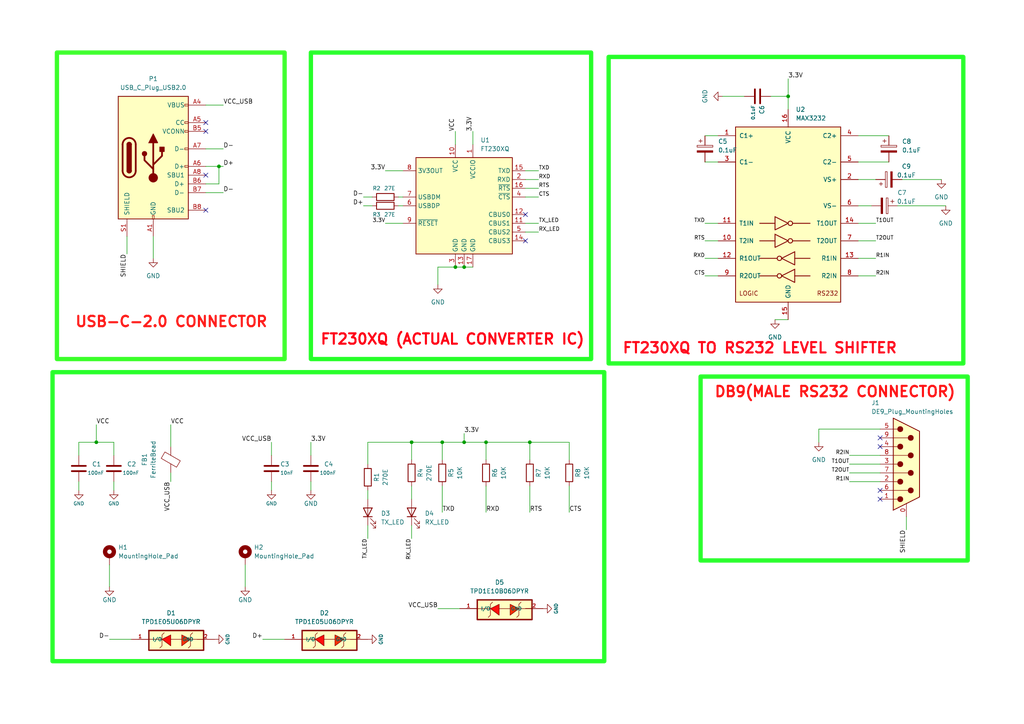
<source format=kicad_sch>
(kicad_sch (version 20230121) (generator eeschema)
  (paper "A4")
  (title_block (title "USB-RS232") (date "27/02/24") (rev "REV1") (company "THE MIR'S MECHATRONICS"))
  (lib_symbols
    (symbol "Connector:DE9_Plug_MountingHoles" (pin_names (offset 1.016) hide)
      (property "Reference" "J" (at 0 16.51 0))
      (property "Value" "DE9_Plug_MountingHoles" (at 0 14.605 0))
      (symbol "DE9_Plug_MountingHoles_0_1"
        (circle (center -1.778 -10.16) (radius 0.762) (fill (type outline)))
        (circle (center -1.778 -5.08) (radius 0.762) (fill (type outline)))
        (circle (center -1.778 0) (radius 0.762) (fill (type outline)))
        (circle (center -1.778 5.08) (radius 0.762) (fill (type outline)))
        (circle (center -1.778 10.16) (radius 0.762) (fill (type outline)))
        (polyline (pts (xy -3.81 -10.16) (xy -2.54 -10.16)))
        (polyline (pts (xy -3.81 -7.62) (xy 0.508 -7.62)))
        (polyline (pts (xy -3.81 -5.08) (xy -2.54 -5.08)))
        (polyline (pts (xy -3.81 -2.54) (xy 0.508 -2.54)))
        (polyline (pts (xy -3.81 0) (xy -2.54 0)))
        (polyline (pts (xy -3.81 2.54) (xy 0.508 2.54)))
        (polyline (pts (xy -3.81 5.08) (xy -2.54 5.08)))
        (polyline (pts (xy -3.81 7.62) (xy 0.508 7.62)))
        (polyline (pts (xy -3.81 10.16) (xy -2.54 10.16)))
        (polyline (pts (xy -3.81 -13.335) (xy -3.81 13.335) (xy 3.81 9.525) (xy 3.81 -9.525) (xy -3.81 -13.335)) (stroke (width 0.254)) (fill (type background)))
        (circle (center 1.27 -7.62) (radius 0.762) (fill (type outline)))
        (circle (center 1.27 -2.54) (radius 0.762) (fill (type outline)))
        (circle (center 1.27 2.54) (radius 0.762) (fill (type outline)))
        (circle (center 1.27 7.62) (radius 0.762) (fill (type outline)))
      )
      (symbol "DE9_Plug_MountingHoles_1_1"
        (pin passive line (at 0 -15.24 90) (length 3.81) (name "PAD") (number "0"))
        (pin passive line (at -7.62 -10.16 0) (length 3.81) (name "1") (number "1"))
        (pin passive line (at -7.62 -5.08 0) (length 3.81) (name "2") (number "2"))
        (pin passive line (at -7.62 0 0) (length 3.81) (name "3") (number "3"))
        (pin passive line (at -7.62 5.08 0) (length 3.81) (name "4") (number "4"))
        (pin passive line (at -7.62 10.16 0) (length 3.81) (name "5") (number "5"))
        (pin passive line (at -7.62 -7.62 0) (length 3.81) (name "6") (number "6"))
        (pin passive line (at -7.62 -2.54 0) (length 3.81) (name "7") (number "7"))
        (pin passive line (at -7.62 2.54 0) (length 3.81) (name "8") (number "8"))
        (pin passive line (at -7.62 7.62 0) (length 3.81) (name "9") (number "9"))
      )
    )
    (symbol "Connector:USB_C_Plug_USB2.0" (pin_names (offset 1.016))
      (property "Reference" "P1" (at 0 22.86 0))
      (property "Value" "USB_C_Plug_USB2.0" (at 0 20.32 0))
      (symbol "USB_C_Plug_USB2.0_0_0"
        (rectangle (start -0.254 -17.78) (end 0.254 -16.764))
        (rectangle (start 10.16 -2.286) (end 9.144 -2.794))
        (rectangle (start 10.16 2.794) (end 9.144 2.286))
        (rectangle (start 10.16 7.874) (end 9.144 7.366))
        (rectangle (start 10.16 10.414) (end 9.144 9.906))
        (rectangle (start 10.16 15.494) (end 9.144 14.986))
      )
      (symbol "USB_C_Plug_USB2.0_0_1"
        (rectangle (start -10.16 17.78) (end 10.16 -17.78) (stroke (width 0.254)) (fill (type background)))
        (arc (start -8.89 -3.81) (mid -6.985 -5.7067) (end -5.08 -3.81) (stroke (width 0.508)))
        (arc (start -7.62 -3.81) (mid -6.985 -4.4423) (end -6.35 -3.81) (stroke (width 0.254)))
        (arc (start -7.62 -3.81) (mid -6.985 -4.4423) (end -6.35 -3.81) (stroke (width 0.254)) (fill (type outline)))
        (rectangle (start -7.62 -3.81) (end -6.35 3.81) (stroke (width 0.254)) (fill (type outline)))
        (arc (start -6.35 3.81) (mid -6.985 4.4423) (end -7.62 3.81) (stroke (width 0.254)))
        (arc (start -6.35 3.81) (mid -6.985 4.4423) (end -7.62 3.81) (stroke (width 0.254)) (fill (type outline)))
        (arc (start -5.08 3.81) (mid -6.985 5.7067) (end -8.89 3.81) (stroke (width 0.508)))
        (circle (center -2.54 1.143) (radius 0.635) (stroke (width 0.254)) (fill (type outline)))
        (circle (center 0 -5.842) (radius 1.27) (fill (type outline)))
        (polyline (pts (xy -8.89 -3.81) (xy -8.89 3.81)) (stroke (width 0.508)))
        (polyline (pts (xy -5.08 3.81) (xy -5.08 -3.81)) (stroke (width 0.508)))
        (polyline (pts (xy 0 -5.842) (xy 0 4.318)) (stroke (width 0.508)))
        (polyline (pts (xy 0 -3.302) (xy -2.54 -0.762) (xy -2.54 0.508)) (stroke (width 0.508)))
        (polyline (pts (xy 0 -2.032) (xy 2.54 0.508) (xy 2.54 1.778)) (stroke (width 0.508)))
        (polyline (pts (xy -1.27 4.318) (xy 0 6.858) (xy 1.27 4.318) (xy -1.27 4.318)) (stroke (width 0.254)) (fill (type outline)))
        (rectangle (start 1.905 1.778) (end 3.175 3.048) (stroke (width 0.254)) (fill (type outline)))
      )
      (symbol "USB_C_Plug_USB2.0_1_1"
        (pin passive line (at 0 -22.86 90) (length 5.08) (name "GND") (number "A1"))
        (pin passive line (at 0 -22.86 90) (length 5.08) hide (name "GND") (number "A12"))
        (pin passive line (at 15.24 15.24 180) (length 5.08) (name "VBUS") (number "A4"))
        (pin bidirectional line (at 15.24 10.16 180) (length 5.08) (name "CC") (number "A5"))
        (pin bidirectional line (at 15.24 -2.54 180) (length 5.08) (name "D+") (number "A6"))
        (pin bidirectional line (at 15.24 2.54 180) (length 5.08) (name "D-") (number "A7"))
        (pin bidirectional line (at 15.24 -5.08 180) (length 5.08) (name "SBU1") (number "A8"))
        (pin passive line (at 15.24 15.24 180) (length 5.08) hide (name "VBUS") (number "A9"))
        (pin passive line (at 0 -22.86 90) (length 5.08) hide (name "GND") (number "B1"))
        (pin passive line (at 0 -22.86 90) (length 5.08) hide (name "GND") (number "B12"))
        (pin passive line (at 15.24 15.24 180) (length 5.08) hide (name "VBUS") (number "B4"))
        (pin bidirectional line (at 15.24 7.62 180) (length 5.08) (name "VCONN") (number "B5"))
        (pin bidirectional line (at 15.24 -7.62 180) (length 5.08) (name "D+") (number "B6"))
        (pin bidirectional line (at 15.24 -10.16 180) (length 5.08) (name "D-") (number "B7"))
        (pin bidirectional line (at 15.24 -15.24 180) (length 5.08) (name "SBU2") (number "B8"))
        (pin passive line (at 15.24 15.24 180) (length 5.08) hide (name "VBUS") (number "B9"))
        (pin passive line (at -7.62 -22.86 90) (length 5.08) (name "SHIELD") (number "S1"))
      )
    )
    (symbol "Device:C" (pin_numbers hide) (pin_names (offset 0.254))
      (property "Reference" "C" (at 0.635 2.54 0))
      (property "Value" "C" (at 0.635 -2.54 0))
      (symbol "C_0_1"
        (polyline (pts (xy -2.032 -0.762) (xy 2.032 -0.762)) (stroke (width 0.508)))
        (polyline (pts (xy -2.032 0.762) (xy 2.032 0.762)) (stroke (width 0.508)))
      )
      (symbol "C_1_1"
        (pin passive line (at 0 3.81 270) (length 2.794) (name "~") (number "1"))
        (pin passive line (at 0 -3.81 90) (length 2.794) (name "~") (number "2"))
      )
    )
    (symbol "Device:C_Polarized" (pin_numbers hide) (pin_names (offset 0.254))
      (property "Reference" "C" (at 0.635 2.54 0))
      (property "Value" "C_Polarized" (at 0.635 -2.54 0))
      (symbol "C_Polarized_0_1"
        (rectangle (start -2.286 0.508) (end 2.286 1.016))
        (polyline (pts (xy -1.778 2.286) (xy -0.762 2.286)))
        (polyline (pts (xy -1.27 2.794) (xy -1.27 1.778)))
        (rectangle (start 2.286 -0.508) (end -2.286 -1.016) (fill (type outline)))
      )
      (symbol "C_Polarized_1_1"
        (pin passive line (at 0 3.81 270) (length 2.794) (name "~") (number "1"))
        (pin passive line (at 0 -3.81 90) (length 2.794) (name "~") (number "2"))
      )
    )
    (symbol "Device:FerriteBead" (pin_numbers hide) (pin_names (offset 0))
      (property "Reference" "FB" (at -3.81 0.635 90))
      (property "Value" "FerriteBead" (at 3.81 0 90))
      (symbol "FerriteBead_0_1"
        (polyline (pts (xy 0 -1.27) (xy 0 -1.2192)))
        (polyline (pts (xy 0 1.27) (xy 0 1.2954)))
        (polyline (pts (xy -2.7686 0.4064) (xy -1.7018 2.2606) (xy 2.7686 -0.3048) (xy 1.6764 -2.159) (xy -2.7686 0.4064)))
      )
      (symbol "FerriteBead_1_1"
        (pin passive line (at 0 3.81 270) (length 2.54) (name "~") (number "1"))
        (pin passive line (at 0 -3.81 90) (length 2.54) (name "~") (number "2"))
      )
    )
    (symbol "Device:LED" (pin_numbers hide) (pin_names (offset 1.016) hide)
      (property "Reference" "D" (at 0 2.54 0))
      (property "Value" "LED" (at 0 -2.54 0))
      (symbol "LED_0_1"
        (polyline (pts (xy -1.27 -1.27) (xy -1.27 1.27)) (stroke (width 0.254)))
        (polyline (pts (xy -1.27 0) (xy 1.27 0)))
        (polyline (pts (xy 1.27 -1.27) (xy 1.27 1.27) (xy -1.27 0) (xy 1.27 -1.27)) (stroke (width 0.254)))
        (polyline (pts (xy -3.048 -0.762) (xy -4.572 -2.286) (xy -3.81 -2.286) (xy -4.572 -2.286) (xy -4.572 -1.524)))
        (polyline (pts (xy -1.778 -0.762) (xy -3.302 -2.286) (xy -2.54 -2.286) (xy -3.302 -2.286) (xy -3.302 -1.524)))
      )
      (symbol "LED_1_1"
        (pin passive line (at -3.81 0 0) (length 2.54) (name "K") (number "1"))
        (pin passive line (at 3.81 0 180) (length 2.54) (name "A") (number "2"))
      )
    )
    (symbol "Device:R" (pin_numbers hide) (pin_names (offset 0))
      (property "Reference" "R" (at 2.032 0 90))
      (property "Value" "R" (at 0 0 90))
      (symbol "R_0_1"
        (rectangle (start -1.016 -2.54) (end 1.016 2.54) (stroke (width 0.254)))
      )
      (symbol "R_1_1"
        (pin passive line (at 0 3.81 270) (length 1.27) (name "~") (number "1"))
        (pin passive line (at 0 -3.81 90) (length 1.27) (name "~") (number "2"))
      )
    )
    (symbol "Interface_UART:MAX3232" (pin_names (offset 1.016))
      (property "Reference" "U" (at -2.54 28.575 0))
      (property "Value" "MAX3232" (at -2.54 26.67 0))
      (symbol "MAX3232_0_0"
        (text "LOGIC" (at -11.43 -22.86 0) (effects (font (size 1.27 1.27))))
        (text "RS232" (at 11.43 -22.86 0) (effects (font (size 1.27 1.27))))
      )
      (symbol "MAX3232_0_1"
        (rectangle (start -15.24 -25.4) (end 15.24 25.4) (stroke (width 0.254)) (fill (type background)))
        (circle (center -2.54 -17.78) (radius 0.635) (stroke (width 0.254)))
        (circle (center -2.54 -12.7) (radius 0.635) (stroke (width 0.254)))
        (polyline (pts (xy -3.81 -7.62) (xy -8.255 -7.62)) (stroke (width 0.254)))
        (polyline (pts (xy -3.81 -2.54) (xy -8.255 -2.54)) (stroke (width 0.254)))
        (polyline (pts (xy -3.175 -17.78) (xy -8.255 -17.78)) (stroke (width 0.254)))
        (polyline (pts (xy -3.175 -12.7) (xy -8.255 -12.7)) (stroke (width 0.254)))
        (polyline (pts (xy 1.27 -7.62) (xy 6.35 -7.62)) (stroke (width 0.254)))
        (polyline (pts (xy 1.27 -2.54) (xy 6.35 -2.54)) (stroke (width 0.254)))
        (polyline (pts (xy 1.905 -17.78) (xy 6.35 -17.78)) (stroke (width 0.254)))
        (polyline (pts (xy 1.905 -12.7) (xy 6.35 -12.7)) (stroke (width 0.254)))
        (polyline (pts (xy -3.81 -5.715) (xy -3.81 -9.525) (xy 0 -7.62) (xy -3.81 -5.715)) (stroke (width 0.254)))
        (polyline (pts (xy -3.81 -0.635) (xy -3.81 -4.445) (xy 0 -2.54) (xy -3.81 -0.635)) (stroke (width 0.254)))
        (polyline (pts (xy 1.905 -15.875) (xy 1.905 -19.685) (xy -1.905 -17.78) (xy 1.905 -15.875)) (stroke (width 0.254)))
        (polyline (pts (xy 1.905 -10.795) (xy 1.905 -14.605) (xy -1.905 -12.7) (xy 1.905 -10.795)) (stroke (width 0.254)))
        (circle (center 0.635 -7.62) (radius 0.635) (stroke (width 0.254)))
        (circle (center 0.635 -2.54) (radius 0.635) (stroke (width 0.254)))
      )
      (symbol "MAX3232_1_1"
        (pin passive line (at -20.32 22.86 0) (length 5.08) (name "C1+") (number "1"))
        (pin input line (at -20.32 -7.62 0) (length 5.08) (name "T2IN") (number "10"))
        (pin input line (at -20.32 -2.54 0) (length 5.08) (name "T1IN") (number "11"))
        (pin output line (at -20.32 -12.7 0) (length 5.08) (name "R1OUT") (number "12"))
        (pin input line (at 20.32 -12.7 180) (length 5.08) (name "R1IN") (number "13"))
        (pin output line (at 20.32 -2.54 180) (length 5.08) (name "T1OUT") (number "14"))
        (pin power_in line (at 0 -30.48 90) (length 5.08) (name "GND") (number "15"))
        (pin power_in line (at 0 30.48 270) (length 5.08) (name "VCC") (number "16"))
        (pin power_out line (at 20.32 10.16 180) (length 5.08) (name "VS+") (number "2"))
        (pin passive line (at -20.32 15.24 0) (length 5.08) (name "C1-") (number "3"))
        (pin passive line (at 20.32 22.86 180) (length 5.08) (name "C2+") (number "4"))
        (pin passive line (at 20.32 15.24 180) (length 5.08) (name "C2-") (number "5"))
        (pin power_out line (at 20.32 2.54 180) (length 5.08) (name "VS-") (number "6"))
        (pin output line (at 20.32 -7.62 180) (length 5.08) (name "T2OUT") (number "7"))
        (pin input line (at 20.32 -17.78 180) (length 5.08) (name "R2IN") (number "8"))
        (pin output line (at -20.32 -17.78 0) (length 5.08) (name "R2OUT") (number "9"))
      )
    )
    (symbol "Interface_USB:FT230XQ"
      (property "Reference" "U" (at -13.97 15.24 0))
      (property "Value" "FT230XQ" (at 7.62 15.24 0))
      (symbol "FT230XQ_0_1"
        (rectangle (start -13.97 13.97) (end 13.97 -13.97) (stroke (width 0.254)) (fill (type background)))
      )
      (symbol "FT230XQ_1_1"
        (pin power_in line (at 2.54 17.78 270) (length 3.81) (name "VCCIO") (number "1"))
        (pin power_in line (at -2.54 17.78 270) (length 3.81) (name "VCC") (number "10"))
        (pin bidirectional line (at 17.78 -5.08 180) (length 3.81) (name "CBUS1") (number "11"))
        (pin bidirectional line (at 17.78 -2.54 180) (length 3.81) (name "CBUS0") (number "12"))
        (pin power_in line (at 0 -17.78 90) (length 3.81) (name "GND") (number "13"))
        (pin bidirectional line (at 17.78 -10.16 180) (length 3.81) (name "CBUS3") (number "14"))
        (pin output line (at 17.78 10.16 180) (length 3.81) (name "TXD") (number "15"))
        (pin output line (at 17.78 5.08 180) (length 3.81) (name "~{RTS}") (number "16"))
        (pin power_in line (at 2.54 -17.78 90) (length 3.81) (name "GND") (number "17"))
        (pin input line (at 17.78 7.62 180) (length 3.81) (name "RXD") (number "2"))
        (pin power_in line (at -2.54 -17.78 90) (length 3.81) (name "GND") (number "3"))
        (pin input line (at 17.78 2.54 180) (length 3.81) (name "~{CTS}") (number "4"))
        (pin bidirectional line (at 17.78 -7.62 180) (length 3.81) (name "CBUS2") (number "5"))
        (pin bidirectional line (at -17.78 0 0) (length 3.81) (name "USBDP") (number "6"))
        (pin bidirectional line (at -17.78 2.54 0) (length 3.81) (name "USBDM") (number "7"))
        (pin power_out line (at -17.78 10.16 0) (length 3.81) (name "3V3OUT") (number "8"))
        (pin input line (at -17.78 -5.08 0) (length 3.81) (name "~{RESET}") (number "9"))
      )
    )
    (symbol "Mechanical:MountingHole_Pad" (pin_numbers hide) (pin_names (offset 1.016) hide)
      (property "Reference" "H" (at 0 6.35 0))
      (property "Value" "MountingHole_Pad" (at 0 4.445 0))
      (symbol "MountingHole_Pad_0_1"
        (circle (center 0 1.27) (radius 1.27) (stroke (width 1.27)))
      )
      (symbol "MountingHole_Pad_1_1"
        (pin input line (at 0 -2.54 90) (length 2.54) (name "1") (number "1"))
      )
    )
    (symbol "TPD1E05U06DPYR_2" (pin_names (offset 1.016))
      (property "Reference" "D5" (at -3.0725 10.16 0))
      (property "Value" "TPD1E05U06DPYR" (at -3.0725 7.62 0))
      (symbol "TPD1E05U06DPYR_2_0_0"
        (rectangle (start -9.525 5.08) (end 6.35 -0.635) (stroke (width 0.41)) (fill (type background)))
        (pin bidirectional line (at -14.605 2.54 0) (length 5.08) (name "I/O") (number "1"))
        (pin power_in line (at 9.525 2.54 180) (length 5.08) (name "GND") (number "2"))
      )
      (symbol "TPD1E05U06DPYR_2_0_1"
        (polyline (pts (xy 2.54 2.54) (xy 6.35 2.54)))
        (polyline (pts (xy -5.08 4.445) (xy -5.715 3.81) (xy -5.715 0.635) (xy -6.35 0)))
        (polyline (pts (xy 3.175 4.445) (xy 2.54 3.81) (xy 2.54 0.635) (xy 1.905 0)))
      )
      (symbol "TPD1E05U06DPYR_2_1_1"
        (polyline (pts (xy -12.7 2.54) (xy -5.715 2.54) (xy -3.175 3.81) (xy -3.175 0.635) (xy -5.715 2.54)) (fill (type color) (color 255 16 14 1)))
        (polyline (pts (xy -3.175 2.54) (xy 0 2.54) (xy 0 3.81) (xy 2.54 2.54) (xy 0 0.635) (xy 0 2.54)) (fill (type color) (color 255 49 3 1)))
      )
    )
    (symbol "power:GND" (power) (pin_names (offset 0))
      (property "Value" "GND" (at 0 -3.81 0))
      (symbol "GND_0_1"
        (polyline (pts (xy 0 0) (xy 0 -1.27) (xy 1.27 -1.27) (xy 0 -2.54) (xy -1.27 -1.27) (xy 0 -1.27)))
      )
      (symbol "GND_1_1"
        (pin power_in line (at 0 0 270) (length 0) hide (name "GND") (number "1"))
      )
    )
  )
  (junction (at 228.6 27.94))
  (junction (at 132.08 77.47))
  (junction (at 119.38 128.27))
  (junction (at 134.62 77.47))
  (junction (at 153.67 128.27))
  (junction (at 128.27 128.27))
  (junction (at 27.94 128.27))
  (junction (at 63.5 48.26))
  (junction (at 134.62 128.27))
  (junction (at 140.97 128.27))
  (no_connect (at 59.69 35.56))
  (no_connect (at 152.4 62.23))
  (no_connect (at 255.27 127))
  (no_connect (at 152.4 69.85))
  (no_connect (at 255.27 142.24))
  (no_connect (at 255.27 144.78))
  (no_connect (at 255.27 129.54))
  (no_connect (at 59.69 60.96))
  (no_connect (at 59.69 38.1))
  (no_connect (at 59.69 50.8))
  (wire (pts (xy 59.69 30.48) (xy 64.77 30.48)))
  (wire (pts (xy 63.5 53.34) (xy 63.5 48.26)))
  (wire (pts (xy 22.86 128.27) (xy 27.94 128.27)))
  (wire (pts (xy 204.47 80.01) (xy 208.28 80.01)))
  (wire (pts (xy 260.35 59.69) (xy 274.32 59.69)))
  (wire (pts (xy 215.9 27.94) (xy 209.55 27.94)))
  (wire (pts (xy 33.02 139.7) (xy 33.02 142.24)))
  (wire (pts (xy 49.53 123.19) (xy 49.53 129.54)))
  (wire (pts (xy 90.17 139.7) (xy 90.17 142.24)))
  (wire (pts (xy 49.53 137.16) (xy 49.53 139.7)))
  (wire (pts (xy 204.47 46.99) (xy 208.28 46.99)))
  (wire (pts (xy 228.6 27.94) (xy 228.6 31.75)))
  (wire (pts (xy 107.95 57.15) (xy 105.41 57.15)))
  (wire (pts (xy 152.4 54.61) (xy 156.21 54.61)))
  (wire (pts (xy 204.47 69.85) (xy 208.28 69.85)))
  (wire (pts (xy 248.92 59.69) (xy 252.73 59.69)))
  (wire (pts (xy 204.47 64.77) (xy 208.28 64.77)))
  (wire (pts (xy 63.5 48.26) (xy 64.77 48.26)))
  (wire (pts (xy 262.89 149.86) (xy 262.89 153.67)))
  (wire (pts (xy 44.45 68.58) (xy 44.45 74.93)))
  (wire (pts (xy 248.92 64.77) (xy 254 64.77)))
  (wire (pts (xy 128.27 140.97) (xy 128.27 148.59)))
  (wire (pts (xy 78.74 139.7) (xy 78.74 142.24)))
  (wire (pts (xy 228.6 22.86) (xy 228.6 27.94)))
  (wire (pts (xy 248.92 52.07) (xy 254 52.07)))
  (wire (pts (xy 27.94 123.19) (xy 27.94 128.27)))
  (wire (pts (xy 128.27 133.35) (xy 128.27 128.27)))
  (wire (pts (xy 153.67 128.27) (xy 153.67 133.35)))
  (wire (pts (xy 119.38 144.78) (xy 119.38 140.97)))
  (wire (pts (xy 261.62 52.07) (xy 273.05 52.07)))
  (wire (pts (xy 105.41 59.69) (xy 107.95 59.69)))
  (wire (pts (xy 119.38 133.35) (xy 119.38 128.27)))
  (wire (pts (xy 78.74 128.27) (xy 78.74 132.08)))
  (wire (pts (xy 59.69 48.26) (xy 63.5 48.26)))
  (wire (pts (xy 71.12 163.83) (xy 71.12 170.18)))
  (wire (pts (xy 27.94 128.27) (xy 33.02 128.27)))
  (wire (pts (xy 115.57 59.69) (xy 116.84 59.69)))
  (wire (pts (xy 204.47 39.37) (xy 208.28 39.37)))
  (wire (pts (xy 165.1 128.27) (xy 165.1 133.35)))
  (wire (pts (xy 248.92 69.85) (xy 254 69.85)))
  (wire (pts (xy 127 176.53) (xy 133.35 176.53)))
  (wire (pts (xy 59.69 53.34) (xy 63.5 53.34)))
  (wire (pts (xy 255.27 124.46) (xy 237.49 124.46)))
  (wire (pts (xy 152.4 52.07) (xy 156.21 52.07)))
  (wire (pts (xy 106.68 144.78) (xy 106.68 142.24)))
  (wire (pts (xy 246.38 137.16) (xy 255.27 137.16)))
  (wire (pts (xy 132.08 38.1) (xy 132.08 41.91)))
  (wire (pts (xy 248.92 80.01) (xy 254 80.01)))
  (wire (pts (xy 76.2 185.42) (xy 82.55 185.42)))
  (wire (pts (xy 248.92 39.37) (xy 257.81 39.37)))
  (wire (pts (xy 248.92 74.93) (xy 254 74.93)))
  (wire (pts (xy 33.02 128.27) (xy 33.02 132.08)))
  (wire (pts (xy 228.6 27.94) (xy 223.52 27.94)))
  (wire (pts (xy 106.68 134.62) (xy 106.68 128.27)))
  (wire (pts (xy 152.4 67.31) (xy 156.21 67.31)))
  (wire (pts (xy 111.76 49.53) (xy 116.84 49.53)))
  (wire (pts (xy 152.4 57.15) (xy 156.21 57.15)))
  (wire (pts (xy 36.83 68.58) (xy 36.83 73.66)))
  (wire (pts (xy 106.68 156.21) (xy 106.68 152.4)))
  (wire (pts (xy 137.16 77.47) (xy 134.62 77.47)))
  (wire (pts (xy 140.97 128.27) (xy 140.97 133.35)))
  (wire (pts (xy 111.76 64.77) (xy 116.84 64.77)))
  (wire (pts (xy 119.38 156.21) (xy 119.38 152.4)))
  (wire (pts (xy 22.86 139.7) (xy 22.86 142.24)))
  (wire (pts (xy 90.17 128.27) (xy 90.17 132.08)))
  (wire (pts (xy 134.62 125.73) (xy 134.62 128.27)))
  (wire (pts (xy 153.67 128.27) (xy 165.1 128.27)))
  (wire (pts (xy 140.97 128.27) (xy 153.67 128.27)))
  (wire (pts (xy 246.38 139.7) (xy 255.27 139.7)))
  (wire (pts (xy 165.1 140.97) (xy 165.1 148.59)))
  (wire (pts (xy 22.86 128.27) (xy 22.86 132.08)))
  (wire (pts (xy 237.49 124.46) (xy 237.49 128.27)))
  (wire (pts (xy 115.57 57.15) (xy 116.84 57.15)))
  (wire (pts (xy 31.75 163.83) (xy 31.75 170.18)))
  (wire (pts (xy 246.38 132.08) (xy 255.27 132.08)))
  (wire (pts (xy 134.62 128.27) (xy 140.97 128.27)))
  (wire (pts (xy 106.68 128.27) (xy 119.38 128.27)))
  (wire (pts (xy 134.62 77.47) (xy 132.08 77.47)))
  (wire (pts (xy 119.38 128.27) (xy 128.27 128.27)))
  (wire (pts (xy 127 77.47) (xy 127 82.55)))
  (wire (pts (xy 128.27 128.27) (xy 134.62 128.27)))
  (wire (pts (xy 246.38 134.62) (xy 255.27 134.62)))
  (wire (pts (xy 204.47 74.93) (xy 208.28 74.93)))
  (wire (pts (xy 152.4 49.53) (xy 156.21 49.53)))
  (wire (pts (xy 152.4 64.77) (xy 156.21 64.77)))
  (wire (pts (xy 59.69 55.88) (xy 64.77 55.88)))
  (wire (pts (xy 59.69 43.18) (xy 64.77 43.18)))
  (wire (pts (xy 228.6 92.71) (xy 224.79 92.71)))
  (wire (pts (xy 140.97 140.97) (xy 140.97 148.59)))
  (wire (pts (xy 153.67 140.97) (xy 153.67 148.59)))
  (wire (pts (xy 31.75 185.42) (xy 38.1 185.42)))
  (wire (pts (xy 137.16 41.91) (xy 137.16 38.1)))
  (wire (pts (xy 248.92 46.99) (xy 257.81 46.99)))
  (wire (pts (xy 132.08 77.47) (xy 127 77.47)))
  (rectangle (start 16.51 15.24) (end 82.55 104.14) (stroke (width 1.25) (color 58 255 41 1)))
  (rectangle (start 176.53 16.51) (end 279.4 105.41) (stroke (width 1.25) (color 37 255 40 1)))
  (rectangle (start 90.17 15.24) (end 171.45 104.14) (stroke (width 1.25) (color 37 255 40 1)))
  (rectangle (start 203.2 109.22) (end 280.67 162.56) (stroke (width 1.25) (color 37 255 40 1)))
  (rectangle (start 15.24 107.95) (end 175.26 191.77) (stroke (width 1.25) (color 37 255 40 1)))
  (text "USB-C-2.0 CONNECTOR\n" (at 21.59 95.25 0) (effects (font (size 3 3) (thickness 0.6) bold) (justify left bottom)))
  (text "FT230XQ TO RS232 LEVEL SHIFTER" (at 180.34 102.87 0) (effects (font (size 3 3) (thickness 0.6) bold) (justify left bottom)))
  (text "DB9(MALE RS232 CONNECTOR)" (at 207.01 115.57 0) (effects (font (size 3 3) (thickness 0.6) bold) (justify left bottom)))
  (text "FT230XQ (ACTUAL CONVERTER IC)" (at 92.71 100.33 0) (effects (font (size 3 3) (thickness 0.6) bold) (justify left bottom)))
  (label "RTS" (at 156.21 54.61 0) (effects (font (size 1.1 1.1))))
  (label "T2OUT" (at 254 69.85 0) (effects (font (size 1.1 1.1))))
  (label "R1IN" (at 246.38 139.7 180) (effects (font (size 1.1 1.1))))
  (label "D+" (at 105.41 59.69 180))
  (label "3.3V" (at 111.76 64.77 180) (effects (font (size 1.1 1.1))))
  (label "VCC_USB" (at 78.74 128.27 180))
  (label "VCC" (at 132.08 38.1 90))
  (label "TXD" (at 156.21 49.53 0) (effects (font (size 1.1 1.1))))
  (label "VCC" (at 27.94 123.19 0))
  (label "RTS" (at 204.47 69.85 180) (effects (font (size 1.1 1.1))))
  (label "D+" (at 64.77 48.26 0))
  (label "CTS" (at 165.1 148.59 0))
  (label "3.3V" (at 111.76 49.53 180))
  (label "D-" (at 64.77 43.18 0))
  (label "TX_LED" (at 156.21 64.77 0) (effects (font (size 1.1 1.1))))
  (label "R1IN" (at 254 74.93 0) (effects (font (size 1.1 1.1))))
  (label "SHIELD" (at 262.89 153.67 270))
  (label "D-" (at 31.75 185.42 180))
  (label "CTS" (at 156.21 57.15 0) (effects (font (size 1.1 1.1))))
  (label "RTS" (at 153.67 148.59 0))
  (label "VCC_USB" (at 64.77 30.48 0))
  (label "TX_LED" (at 106.68 156.21 270) (effects (font (size 1.1 1.1))))
  (label "VCC_USB" (at 127 176.53 180))
  (label "RX_LED" (at 119.38 156.21 270) (effects (font (size 1.1 1.1))))
  (label "D-" (at 105.41 57.15 180))
  (label "T1OUT" (at 246.38 134.62 180) (effects (font (size 1.1 1.1))))
  (label "T1OUT" (at 254 64.77 0) (effects (font (size 1.1 1.1))))
  (label "D+" (at 76.2 185.42 180))
  (label "CTS" (at 204.47 80.01 180) (effects (font (size 1.1 1.1))))
  (label "3.3V" (at 137.16 38.1 90))
  (label "VCC_USB" (at 49.53 139.7 270))
  (label "D-" (at 64.77 55.88 0))
  (label "TXD" (at 128.27 148.59 0))
  (label "T2OUT" (at 246.38 137.16 180) (effects (font (size 1.1 1.1))))
  (label "3.3V" (at 90.17 128.27 0))
  (label "RXD" (at 156.21 52.07 0) (effects (font (size 1.1 1.1))))
  (label "R2IN" (at 254 80.01 0) (effects (font (size 1.1 1.1))))
  (label "RXD" (at 204.47 74.93 180) (effects (font (size 1.1 1.1))))
  (label "R2IN" (at 246.38 132.08 180) (effects (font (size 1.1 1.1))))
  (label "SHIELD" (at 36.83 73.66 270))
  (label "VCC" (at 49.53 123.19 0))
  (label "3.3V" (at 134.62 125.73 0))
  (label "RX_LED" (at 156.21 67.31 0) (effects (font (size 1.1 1.1))))
  (label "TXD" (at 204.47 64.77 180) (effects (font (size 1.1 1.1))))
  (label "3.3V" (at 228.6 22.86 0))
  (label "RXD" (at 140.97 148.59 0))
  (symbol (lib_id "power:GND") (at 273.05 52.07 0) (unit 1)
    (property "Reference" "#PWR015" (effects hide))
    (property "Value" "GND" (at 273.05 57.15 0))
  )
  (symbol (lib_id "Device:R") (at 153.67 137.16 0) (unit 1)
    (property "Reference" "R7" (at 156.21 137.16 90))
    (property "Value" "10K" (at 158.75 137.16 90))
    (property "Footprint" "Resistor_SMD:R_1206_3216Metric" (effects hide))
  )
  (symbol (lib_id "Connector:USB_C_Plug_USB2.0") (at 44.45 45.72 0) (unit 1)
    (property "Reference" "P1" (at 44.45 22.86 0))
    (property "Value" "USB_C_Plug_USB2.0" (at 44.45 25.4 0))
    (property "Footprint" "Connector_USB:USB_C_Receptacle_HRO_TYPE-C-31-M-12" (effects hide))
    (property "Datasheet" "https://www.usb.org/sites/default/files/documents/usb_type-c.zip" (effects hide))
  )
  (symbol (lib_id "power:GND") (at 44.45 74.93 0) (unit 1)
    (property "Reference" "#PWR04" (effects hide))
    (property "Value" "GND" (at 44.45 80.01 0))
  )
  (symbol (lib_id "power:GND") (at 33.02 142.24 0) (unit 1)
    (property "Reference" "#PWR03" (effects hide))
    (property "Value" "GND" (at 33.02 146.05 0) (effects (font (size 1 1))))
  )
  (symbol (lib_id "Device:LED") (at 106.68 148.59 90) (unit 1)
    (property "Reference" "D3" (at 110.49 148.9075 90) (effects (justify right)))
    (property "Value" "TX_LED" (at 110.49 151.4475 90) (effects (justify right)))
    (property "Footprint" "LED_SMD:LED_1812_4532Metric" (effects hide))
  )
  (symbol (lib_id "Mechanical:MountingHole_Pad") (at 31.75 161.29 0) (unit 1)
    (property "Reference" "H1" (at 34.29 158.75 0) (effects (justify left)))
    (property "Value" "MountingHole_Pad" (at 34.29 161.29 0) (effects (justify left)))
    (property "Footprint" "MountingHole:MountingHole_2.5mm_Pad" (effects hide))
  )
  (symbol (lib_id "Device:R") (at 106.68 138.43 0) (unit 1)
    (property "Reference" "R1" (at 109.22 138.43 90))
    (property "Value" "270E" (at 111.76 138.43 90))
    (property "Footprint" "Resistor_SMD:R_0603_1608Metric" (effects hide))
  )
  (symbol (lib_id "Device:C_Polarized") (at 257.81 52.07 90) (unit 1)
    (property "Reference" "C9" (at 262.89 48.26 90))
    (property "Value" "0.1uF" (at 262.89 50.8 90))
    (property "Footprint" "Capacitor_SMD:C_0201_0603Metric" (effects hide))
  )
  (symbol (lib_id "Device:LED") (at 119.38 148.59 90) (unit 1)
    (property "Reference" "D4" (at 123.19 148.9075 90) (effects (justify right)))
    (property "Value" "RX_LED" (at 123.19 151.4475 90) (effects (justify right)))
    (property "Footprint" "LED_SMD:LED_1812_4532Metric" (effects hide))
  )
  (symbol (lib_id "Device:R") (at 128.27 137.16 0) (unit 1)
    (property "Reference" "R5" (at 130.81 137.16 90))
    (property "Value" "10K" (at 133.35 137.16 90))
    (property "Footprint" "Resistor_SMD:R_1206_3216Metric" (effects hide))
  )
  (symbol (lib_name "TPD1E05U06DPYR_2") (lib_id "TPD1E05U06DPYR:TPD1E05U06DPYR") (at 97.155 187.96 0) (unit 1)
    (property "Reference" "D2" (at 94.0825 177.8 0))
    (property "Value" "TPD1E05U06DPYR" (at 94.0825 180.34 0))
    (property "Footprint" "Capacitor_SMD:C_0201_0603Metric" (effects hide))
  )
  (symbol (lib_id "Connector:DE9_Plug_MountingHoles") (at 262.89 134.62 0) (unit 1)
    (property "Reference" "J1" (at 252.73 116.84 0) (effects (justify left)))
    (property "Value" "DE9_Plug_MountingHoles" (at 252.73 119.38 0) (effects (justify left)))
    (property "Footprint" "Connector_Dsub:DSUB-9_Male_Horizontal_P2.77x2.84mm_EdgePinOffset4.94mm_Housed_MountingHolesOffset7.48mm" (effects hide))
    (property "Datasheet" " ~" (effects hide))
  )
  (symbol (lib_id "Device:C_Polarized") (at 256.54 59.69 270) (unit 1)
    (property "Reference" "C7" (at 261.62 55.88 90))
    (property "Value" "0.1uF" (at 262.89 58.42 90))
    (property "Footprint" "Capacitor_SMD:C_0201_0603Metric" (effects hide))
  )
  (symbol (lib_id "Device:R") (at 165.1 137.16 0) (unit 1)
    (property "Reference" "R8" (at 167.64 137.16 90))
    (property "Value" "10K" (at 170.18 137.16 90))
    (property "Footprint" "Resistor_SMD:R_1206_3216Metric" (effects hide))
  )
  (symbol (lib_id "Interface_UART:MAX3232") (at 228.6 62.23 0) (unit 1)
    (property "Reference" "U2" (at 230.7941 31.75 0) (effects (justify left)))
    (property "Value" "MAX3232" (at 230.7941 34.29 0) (effects (justify left)))
    (property "Footprint" "Package_SO:SOIC-16W_7.5x10.3mm_P1.27mm" (effects hide))
    (property "Datasheet" "https://datasheets.maximintegrated.com/en/ds/MAX3222-MAX3241.pdf" (effects hide))
  )
  (symbol (lib_id "Device:C_Polarized") (at 204.47 43.18 0) (unit 1)
    (property "Reference" "C5" (at 208.28 41.021 0) (effects (justify left)))
    (property "Value" "0.1uF" (at 208.28 43.561 0) (effects (justify left)))
    (property "Footprint" "Capacitor_SMD:C_0201_0603Metric" (effects hide))
  )
  (symbol (lib_id "power:GND") (at 157.48 176.53 90) (unit 1)
    (property "Reference" "#PWR011" (effects hide))
    (property "Value" "GND" (at 161.29 176.53 0) (effects (font (size 1 1))))
  )
  (symbol (lib_id "Device:C") (at 78.74 135.89 0) (unit 1)
    (property "Reference" "C3" (at 81.28 134.62 0) (effects (justify left)))
    (property "Value" "10nF" (at 81.28 137.16 0) (effects (font (size 1 1)) (justify left)))
    (property "Footprint" "Capacitor_SMD:C_0201_0603Metric" (effects hide))
  )
  (symbol (lib_id "Device:FerriteBead") (at 49.53 133.35 0) (unit 1)
    (property "Reference" "FB1" (at 41.91 133.2992 90))
    (property "Value" "FerriteBead" (at 44.45 133.2992 90))
    (property "Footprint" "Capacitor_SMD:C_0805_2012Metric" (effects hide))
  )
  (symbol (lib_id "power:GND") (at 71.12 170.18 0) (unit 1)
    (property "Reference" "#PWR06" (effects hide))
    (property "Value" "GND" (at 71.12 173.99 0))
  )
  (symbol (lib_id "power:GND") (at 224.79 92.71 0) (unit 1)
    (property "Reference" "#PWR013" (effects hide))
    (property "Value" "GND" (at 224.79 97.79 0))
  )
  (symbol (lib_name "TPD1E05U06DPYR_2") (lib_id "TPD1E05U06DPYR:TPD1E05U06DPYR") (at 52.705 187.96 0) (unit 1)
    (property "Reference" "D1" (at 49.6325 177.8 0))
    (property "Value" "TPD1E05U06DPYR" (at 49.6325 180.34 0))
    (property "Footprint" "Capacitor_SMD:C_0201_0603Metric" (effects hide))
  )
  (symbol (lib_id "power:GND") (at 106.68 185.42 90) (unit 1)
    (property "Reference" "#PWR09" (effects hide))
    (property "Value" "GND" (at 110.49 185.42 0) (effects (font (size 1 1))))
  )
  (symbol (lib_id "Device:C_Polarized") (at 257.81 43.18 0) (unit 1)
    (property "Reference" "C8" (at 261.62 41.021 0) (effects (justify left)))
    (property "Value" "0.1uF" (at 261.62 43.561 0) (effects (justify left)))
    (property "Footprint" "Capacitor_SMD:C_0201_0603Metric" (effects hide))
  )
  (symbol (lib_id "Device:R") (at 111.76 59.69 270) (unit 1)
    (property "Reference" "R3" (at 109.22 62.23 90) (effects (font (size 1.1 1.1))))
    (property "Value" "27E" (at 113.03 62.23 90) (effects (font (size 1.1 1.1))))
    (property "Footprint" "Resistor_SMD:R_0603_1608Metric" (effects hide))
  )
  (symbol (lib_id "Device:R") (at 140.97 137.16 0) (unit 1)
    (property "Reference" "R6" (at 143.51 137.16 90))
    (property "Value" "10K" (at 146.05 137.16 90))
    (property "Footprint" "Resistor_SMD:R_1206_3216Metric" (effects hide))
  )
  (symbol (lib_id "power:GND") (at 209.55 27.94 270) (unit 1)
    (property "Reference" "#PWR012" (effects hide))
    (property "Value" "GND" (at 204.47 27.94 0))
  )
  (symbol (lib_id "Device:R") (at 111.76 57.15 270) (unit 1)
    (property "Reference" "R2" (at 109.22 54.61 90) (effects (font (size 1.1 1.1))))
    (property "Value" "27E" (at 113.03 54.61 90) (effects (font (size 1.1 1.1))))
    (property "Footprint" "Resistor_SMD:R_0603_1608Metric" (effects hide))
  )
  (symbol (lib_id "Interface_USB:FT230XQ") (at 134.62 59.69 0) (unit 1)
    (property "Reference" "U1" (at 139.3541 40.64 0) (effects (justify left)))
    (property "Value" "FT230XQ" (at 139.3541 43.18 0) (effects (justify left)))
    (property "Footprint" "Package_DFN_QFN:QFN-16-1EP_4x4mm_P0.65mm_EP2.1x2.1mm" (effects hide))
    (property "Datasheet" "https://www.ftdichip.com/Support/Documents/DataSheets/ICs/DS_FT230X.pdf" (effects hide))
  )
  (symbol (lib_id "power:GND") (at 78.74 142.24 0) (unit 1)
    (property "Reference" "#PWR07" (effects hide))
    (property "Value" "GND" (at 78.74 146.05 0) (effects (font (size 1 1))))
  )
  (symbol (lib_id "Device:C") (at 22.86 135.89 0) (unit 1)
    (property "Reference" "C1" (at 26.67 134.62 0) (effects (justify left)))
    (property "Value" "100nF" (at 25.4 137.16 0) (effects (font (size 1 1)) (justify left)))
    (property "Footprint" "Capacitor_SMD:C_0201_0603Metric" (effects hide))
  )
  (symbol (lib_id "power:GND") (at 237.49 128.27 0) (unit 1)
    (property "Reference" "#PWR014" (effects hide))
    (property "Value" "GND" (at 237.49 133.35 0))
  )
  (symbol (lib_id "Device:C") (at 90.17 135.89 0) (unit 1)
    (property "Reference" "C4" (at 93.98 134.62 0) (effects (justify left)))
    (property "Value" "100nF" (at 92.71 137.16 0) (effects (font (size 1 1)) (justify left)))
    (property "Footprint" "Capacitor_SMD:C_0201_0603Metric" (effects hide))
  )
  (symbol (lib_id "power:GND") (at 274.32 59.69 0) (unit 1)
    (property "Reference" "#PWR016" (effects hide))
    (property "Value" "GND" (at 274.32 64.77 0))
  )
  (symbol (lib_id "Mechanical:MountingHole_Pad") (at 71.12 161.29 0) (unit 1)
    (property "Reference" "H2" (at 73.66 158.75 0) (effects (justify left)))
    (property "Value" "MountingHole_Pad" (at 73.66 161.29 0) (effects (justify left)))
    (property "Footprint" "MountingHole:MountingHole_2.5mm_Pad" (effects hide))
  )
  (symbol (lib_id "power:GND") (at 90.17 142.24 0) (unit 1)
    (property "Reference" "#PWR08" (effects hide))
    (property "Value" "GND" (at 90.17 146.05 0))
  )
  (symbol (lib_id "Device:C") (at 33.02 135.89 0) (unit 1)
    (property "Reference" "C2" (at 36.83 134.62 0) (effects (justify left)))
    (property "Value" "100nF" (at 35.56 137.16 0) (effects (font (size 1 1)) (justify left)))
    (property "Footprint" "Capacitor_SMD:C_0201_0603Metric" (effects hide))
  )
  (symbol (lib_id "power:GND") (at 31.75 170.18 0) (unit 1)
    (property "Reference" "#PWR02" (effects hide))
    (property "Value" "GND" (at 31.75 173.99 0))
  )
  (symbol (lib_id "power:GND") (at 127 82.55 0) (unit 1)
    (property "Reference" "#PWR010" (effects hide))
    (property "Value" "GND" (at 127 87.63 0))
  )
  (symbol (lib_id "power:GND") (at 22.86 142.24 0) (unit 1)
    (property "Reference" "#PWR01" (effects hide))
    (property "Value" "GND" (at 22.86 146.05 0) (effects (font (size 1 1))))
  )
  (symbol (lib_id "power:GND") (at 62.23 185.42 90) (unit 1)
    (property "Reference" "#PWR05" (effects hide))
    (property "Value" "GND" (at 66.04 185.42 0) (effects (font (size 1 1))))
  )
  (symbol (lib_id "Device:R") (at 119.38 137.16 0) (unit 1)
    (property "Reference" "R4" (at 121.92 137.16 90))
    (property "Value" "270E" (at 124.46 137.16 90))
    (property "Footprint" "Resistor_SMD:R_0603_1608Metric" (effects hide))
  )
  (symbol (lib_name "TPD1E05U06DPYR_2") (lib_id "TPD1E05U06DPYR:TPD1E05U06DPYR") (at 147.955 179.07 0) (unit 1)
    (property "Reference" "D5" (at 144.8825 168.91 0))
    (property "Value" "TPD1E10B06DPYR" (at 144.8825 171.45 0))
    (property "Footprint" "Capacitor_SMD:C_0201_0603Metric" (effects hide))
  )
  (symbol (lib_id "Device:C") (at 219.71 27.94 270) (unit 1)
    (property "Reference" "C6" (at 220.98 30.48 0) (effects (justify left)))
    (property "Value" "0.1uF" (at 218.44 30.48 0) (effects (font (size 1 1)) (justify left)))
    (property "Footprint" "Capacitor_SMD:C_0201_0603Metric" (effects hide))
  )
)
</source>
